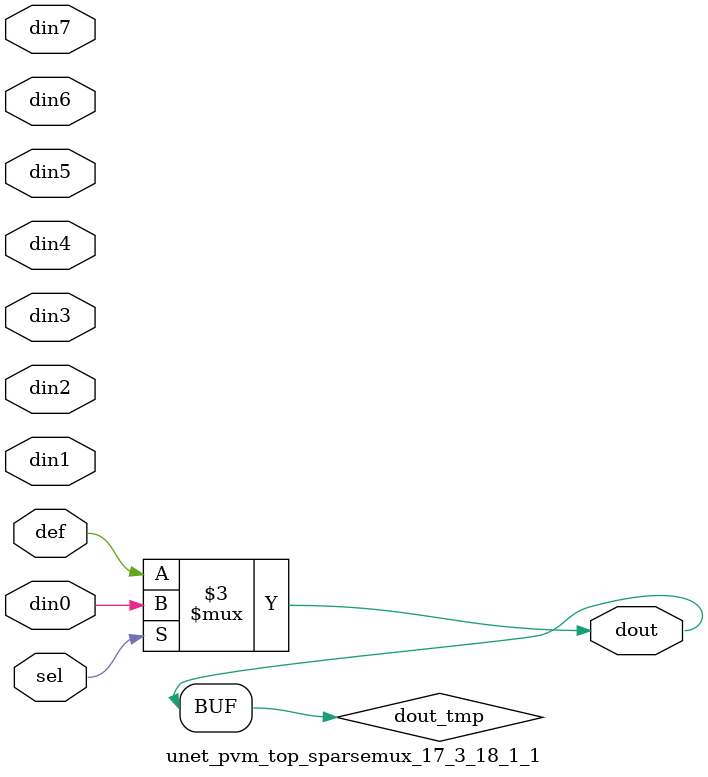
<source format=v>
`timescale 1ns / 1ps

module unet_pvm_top_sparsemux_17_3_18_1_1 (din0,din1,din2,din3,din4,din5,din6,din7,def,sel,dout);

parameter din0_WIDTH = 1;

parameter din1_WIDTH = 1;

parameter din2_WIDTH = 1;

parameter din3_WIDTH = 1;

parameter din4_WIDTH = 1;

parameter din5_WIDTH = 1;

parameter din6_WIDTH = 1;

parameter din7_WIDTH = 1;

parameter def_WIDTH = 1;
parameter sel_WIDTH = 1;
parameter dout_WIDTH = 1;

parameter [sel_WIDTH-1:0] CASE0 = 1;

parameter [sel_WIDTH-1:0] CASE1 = 1;

parameter [sel_WIDTH-1:0] CASE2 = 1;

parameter [sel_WIDTH-1:0] CASE3 = 1;

parameter [sel_WIDTH-1:0] CASE4 = 1;

parameter [sel_WIDTH-1:0] CASE5 = 1;

parameter [sel_WIDTH-1:0] CASE6 = 1;

parameter [sel_WIDTH-1:0] CASE7 = 1;

parameter ID = 1;
parameter NUM_STAGE = 1;



input [din0_WIDTH-1:0] din0;

input [din1_WIDTH-1:0] din1;

input [din2_WIDTH-1:0] din2;

input [din3_WIDTH-1:0] din3;

input [din4_WIDTH-1:0] din4;

input [din5_WIDTH-1:0] din5;

input [din6_WIDTH-1:0] din6;

input [din7_WIDTH-1:0] din7;

input [def_WIDTH-1:0] def;
input [sel_WIDTH-1:0] sel;

output [dout_WIDTH-1:0] dout;



reg [dout_WIDTH-1:0] dout_tmp;


always @ (*) begin
(* parallel_case *) case (sel)
    
    CASE0 : dout_tmp = din0;
    
    CASE1 : dout_tmp = din1;
    
    CASE2 : dout_tmp = din2;
    
    CASE3 : dout_tmp = din3;
    
    CASE4 : dout_tmp = din4;
    
    CASE5 : dout_tmp = din5;
    
    CASE6 : dout_tmp = din6;
    
    CASE7 : dout_tmp = din7;
    
    default : dout_tmp = def;
endcase
end


assign dout = dout_tmp;



endmodule

</source>
